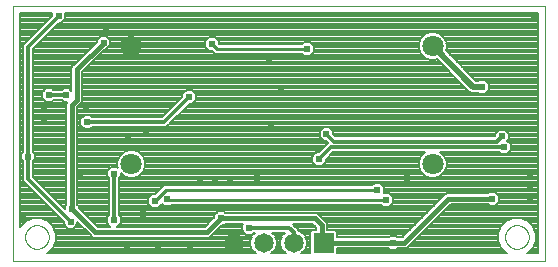
<source format=gbl>
G75*
%MOIN*%
%OFA0B0*%
%FSLAX25Y25*%
%IPPOS*%
%LPD*%
%AMOC8*
5,1,8,0,0,1.08239X$1,22.5*
%
%ADD10C,0.00000*%
%ADD11R,0.06500X0.06500*%
%ADD12C,0.06500*%
%ADD13C,0.07087*%
%ADD14C,0.00800*%
%ADD15C,0.02400*%
%ADD16C,0.01200*%
%ADD17C,0.01000*%
%ADD18C,0.02000*%
%ADD19C,0.01500*%
D10*
X0014157Y0019933D02*
X0014157Y0104733D01*
X0191322Y0104733D01*
X0191322Y0019933D01*
X0014157Y0019933D01*
X0018094Y0027807D02*
X0018096Y0027932D01*
X0018102Y0028057D01*
X0018112Y0028181D01*
X0018126Y0028305D01*
X0018143Y0028429D01*
X0018165Y0028552D01*
X0018191Y0028674D01*
X0018220Y0028796D01*
X0018253Y0028916D01*
X0018291Y0029035D01*
X0018331Y0029154D01*
X0018376Y0029270D01*
X0018424Y0029385D01*
X0018476Y0029499D01*
X0018532Y0029611D01*
X0018591Y0029721D01*
X0018653Y0029829D01*
X0018719Y0029936D01*
X0018788Y0030040D01*
X0018861Y0030141D01*
X0018936Y0030241D01*
X0019015Y0030338D01*
X0019097Y0030432D01*
X0019182Y0030524D01*
X0019269Y0030613D01*
X0019360Y0030699D01*
X0019453Y0030782D01*
X0019549Y0030863D01*
X0019647Y0030940D01*
X0019747Y0031014D01*
X0019850Y0031085D01*
X0019955Y0031152D01*
X0020063Y0031217D01*
X0020172Y0031277D01*
X0020283Y0031335D01*
X0020396Y0031388D01*
X0020510Y0031438D01*
X0020626Y0031485D01*
X0020743Y0031527D01*
X0020862Y0031566D01*
X0020982Y0031602D01*
X0021103Y0031633D01*
X0021225Y0031661D01*
X0021347Y0031684D01*
X0021471Y0031704D01*
X0021595Y0031720D01*
X0021719Y0031732D01*
X0021844Y0031740D01*
X0021969Y0031744D01*
X0022093Y0031744D01*
X0022218Y0031740D01*
X0022343Y0031732D01*
X0022467Y0031720D01*
X0022591Y0031704D01*
X0022715Y0031684D01*
X0022837Y0031661D01*
X0022959Y0031633D01*
X0023080Y0031602D01*
X0023200Y0031566D01*
X0023319Y0031527D01*
X0023436Y0031485D01*
X0023552Y0031438D01*
X0023666Y0031388D01*
X0023779Y0031335D01*
X0023890Y0031277D01*
X0024000Y0031217D01*
X0024107Y0031152D01*
X0024212Y0031085D01*
X0024315Y0031014D01*
X0024415Y0030940D01*
X0024513Y0030863D01*
X0024609Y0030782D01*
X0024702Y0030699D01*
X0024793Y0030613D01*
X0024880Y0030524D01*
X0024965Y0030432D01*
X0025047Y0030338D01*
X0025126Y0030241D01*
X0025201Y0030141D01*
X0025274Y0030040D01*
X0025343Y0029936D01*
X0025409Y0029829D01*
X0025471Y0029721D01*
X0025530Y0029611D01*
X0025586Y0029499D01*
X0025638Y0029385D01*
X0025686Y0029270D01*
X0025731Y0029154D01*
X0025771Y0029035D01*
X0025809Y0028916D01*
X0025842Y0028796D01*
X0025871Y0028674D01*
X0025897Y0028552D01*
X0025919Y0028429D01*
X0025936Y0028305D01*
X0025950Y0028181D01*
X0025960Y0028057D01*
X0025966Y0027932D01*
X0025968Y0027807D01*
X0025966Y0027682D01*
X0025960Y0027557D01*
X0025950Y0027433D01*
X0025936Y0027309D01*
X0025919Y0027185D01*
X0025897Y0027062D01*
X0025871Y0026940D01*
X0025842Y0026818D01*
X0025809Y0026698D01*
X0025771Y0026579D01*
X0025731Y0026460D01*
X0025686Y0026344D01*
X0025638Y0026229D01*
X0025586Y0026115D01*
X0025530Y0026003D01*
X0025471Y0025893D01*
X0025409Y0025785D01*
X0025343Y0025678D01*
X0025274Y0025574D01*
X0025201Y0025473D01*
X0025126Y0025373D01*
X0025047Y0025276D01*
X0024965Y0025182D01*
X0024880Y0025090D01*
X0024793Y0025001D01*
X0024702Y0024915D01*
X0024609Y0024832D01*
X0024513Y0024751D01*
X0024415Y0024674D01*
X0024315Y0024600D01*
X0024212Y0024529D01*
X0024107Y0024462D01*
X0023999Y0024397D01*
X0023890Y0024337D01*
X0023779Y0024279D01*
X0023666Y0024226D01*
X0023552Y0024176D01*
X0023436Y0024129D01*
X0023319Y0024087D01*
X0023200Y0024048D01*
X0023080Y0024012D01*
X0022959Y0023981D01*
X0022837Y0023953D01*
X0022715Y0023930D01*
X0022591Y0023910D01*
X0022467Y0023894D01*
X0022343Y0023882D01*
X0022218Y0023874D01*
X0022093Y0023870D01*
X0021969Y0023870D01*
X0021844Y0023874D01*
X0021719Y0023882D01*
X0021595Y0023894D01*
X0021471Y0023910D01*
X0021347Y0023930D01*
X0021225Y0023953D01*
X0021103Y0023981D01*
X0020982Y0024012D01*
X0020862Y0024048D01*
X0020743Y0024087D01*
X0020626Y0024129D01*
X0020510Y0024176D01*
X0020396Y0024226D01*
X0020283Y0024279D01*
X0020172Y0024337D01*
X0020062Y0024397D01*
X0019955Y0024462D01*
X0019850Y0024529D01*
X0019747Y0024600D01*
X0019647Y0024674D01*
X0019549Y0024751D01*
X0019453Y0024832D01*
X0019360Y0024915D01*
X0019269Y0025001D01*
X0019182Y0025090D01*
X0019097Y0025182D01*
X0019015Y0025276D01*
X0018936Y0025373D01*
X0018861Y0025473D01*
X0018788Y0025574D01*
X0018719Y0025678D01*
X0018653Y0025785D01*
X0018591Y0025893D01*
X0018532Y0026003D01*
X0018476Y0026115D01*
X0018424Y0026229D01*
X0018376Y0026344D01*
X0018331Y0026460D01*
X0018291Y0026579D01*
X0018253Y0026698D01*
X0018220Y0026818D01*
X0018191Y0026940D01*
X0018165Y0027062D01*
X0018143Y0027185D01*
X0018126Y0027309D01*
X0018112Y0027433D01*
X0018102Y0027557D01*
X0018096Y0027682D01*
X0018094Y0027807D01*
X0178094Y0027807D02*
X0178096Y0027932D01*
X0178102Y0028057D01*
X0178112Y0028181D01*
X0178126Y0028305D01*
X0178143Y0028429D01*
X0178165Y0028552D01*
X0178191Y0028674D01*
X0178220Y0028796D01*
X0178253Y0028916D01*
X0178291Y0029035D01*
X0178331Y0029154D01*
X0178376Y0029270D01*
X0178424Y0029385D01*
X0178476Y0029499D01*
X0178532Y0029611D01*
X0178591Y0029721D01*
X0178653Y0029829D01*
X0178719Y0029936D01*
X0178788Y0030040D01*
X0178861Y0030141D01*
X0178936Y0030241D01*
X0179015Y0030338D01*
X0179097Y0030432D01*
X0179182Y0030524D01*
X0179269Y0030613D01*
X0179360Y0030699D01*
X0179453Y0030782D01*
X0179549Y0030863D01*
X0179647Y0030940D01*
X0179747Y0031014D01*
X0179850Y0031085D01*
X0179955Y0031152D01*
X0180063Y0031217D01*
X0180172Y0031277D01*
X0180283Y0031335D01*
X0180396Y0031388D01*
X0180510Y0031438D01*
X0180626Y0031485D01*
X0180743Y0031527D01*
X0180862Y0031566D01*
X0180982Y0031602D01*
X0181103Y0031633D01*
X0181225Y0031661D01*
X0181347Y0031684D01*
X0181471Y0031704D01*
X0181595Y0031720D01*
X0181719Y0031732D01*
X0181844Y0031740D01*
X0181969Y0031744D01*
X0182093Y0031744D01*
X0182218Y0031740D01*
X0182343Y0031732D01*
X0182467Y0031720D01*
X0182591Y0031704D01*
X0182715Y0031684D01*
X0182837Y0031661D01*
X0182959Y0031633D01*
X0183080Y0031602D01*
X0183200Y0031566D01*
X0183319Y0031527D01*
X0183436Y0031485D01*
X0183552Y0031438D01*
X0183666Y0031388D01*
X0183779Y0031335D01*
X0183890Y0031277D01*
X0184000Y0031217D01*
X0184107Y0031152D01*
X0184212Y0031085D01*
X0184315Y0031014D01*
X0184415Y0030940D01*
X0184513Y0030863D01*
X0184609Y0030782D01*
X0184702Y0030699D01*
X0184793Y0030613D01*
X0184880Y0030524D01*
X0184965Y0030432D01*
X0185047Y0030338D01*
X0185126Y0030241D01*
X0185201Y0030141D01*
X0185274Y0030040D01*
X0185343Y0029936D01*
X0185409Y0029829D01*
X0185471Y0029721D01*
X0185530Y0029611D01*
X0185586Y0029499D01*
X0185638Y0029385D01*
X0185686Y0029270D01*
X0185731Y0029154D01*
X0185771Y0029035D01*
X0185809Y0028916D01*
X0185842Y0028796D01*
X0185871Y0028674D01*
X0185897Y0028552D01*
X0185919Y0028429D01*
X0185936Y0028305D01*
X0185950Y0028181D01*
X0185960Y0028057D01*
X0185966Y0027932D01*
X0185968Y0027807D01*
X0185966Y0027682D01*
X0185960Y0027557D01*
X0185950Y0027433D01*
X0185936Y0027309D01*
X0185919Y0027185D01*
X0185897Y0027062D01*
X0185871Y0026940D01*
X0185842Y0026818D01*
X0185809Y0026698D01*
X0185771Y0026579D01*
X0185731Y0026460D01*
X0185686Y0026344D01*
X0185638Y0026229D01*
X0185586Y0026115D01*
X0185530Y0026003D01*
X0185471Y0025893D01*
X0185409Y0025785D01*
X0185343Y0025678D01*
X0185274Y0025574D01*
X0185201Y0025473D01*
X0185126Y0025373D01*
X0185047Y0025276D01*
X0184965Y0025182D01*
X0184880Y0025090D01*
X0184793Y0025001D01*
X0184702Y0024915D01*
X0184609Y0024832D01*
X0184513Y0024751D01*
X0184415Y0024674D01*
X0184315Y0024600D01*
X0184212Y0024529D01*
X0184107Y0024462D01*
X0183999Y0024397D01*
X0183890Y0024337D01*
X0183779Y0024279D01*
X0183666Y0024226D01*
X0183552Y0024176D01*
X0183436Y0024129D01*
X0183319Y0024087D01*
X0183200Y0024048D01*
X0183080Y0024012D01*
X0182959Y0023981D01*
X0182837Y0023953D01*
X0182715Y0023930D01*
X0182591Y0023910D01*
X0182467Y0023894D01*
X0182343Y0023882D01*
X0182218Y0023874D01*
X0182093Y0023870D01*
X0181969Y0023870D01*
X0181844Y0023874D01*
X0181719Y0023882D01*
X0181595Y0023894D01*
X0181471Y0023910D01*
X0181347Y0023930D01*
X0181225Y0023953D01*
X0181103Y0023981D01*
X0180982Y0024012D01*
X0180862Y0024048D01*
X0180743Y0024087D01*
X0180626Y0024129D01*
X0180510Y0024176D01*
X0180396Y0024226D01*
X0180283Y0024279D01*
X0180172Y0024337D01*
X0180062Y0024397D01*
X0179955Y0024462D01*
X0179850Y0024529D01*
X0179747Y0024600D01*
X0179647Y0024674D01*
X0179549Y0024751D01*
X0179453Y0024832D01*
X0179360Y0024915D01*
X0179269Y0025001D01*
X0179182Y0025090D01*
X0179097Y0025182D01*
X0179015Y0025276D01*
X0178936Y0025373D01*
X0178861Y0025473D01*
X0178788Y0025574D01*
X0178719Y0025678D01*
X0178653Y0025785D01*
X0178591Y0025893D01*
X0178532Y0026003D01*
X0178476Y0026115D01*
X0178424Y0026229D01*
X0178376Y0026344D01*
X0178331Y0026460D01*
X0178291Y0026579D01*
X0178253Y0026698D01*
X0178220Y0026818D01*
X0178191Y0026940D01*
X0178165Y0027062D01*
X0178143Y0027185D01*
X0178126Y0027309D01*
X0178112Y0027433D01*
X0178102Y0027557D01*
X0178096Y0027682D01*
X0178094Y0027807D01*
D11*
X0117574Y0025933D03*
D12*
X0107574Y0025933D03*
X0097574Y0025933D03*
X0087574Y0025933D03*
D13*
X0053527Y0052091D03*
X0053527Y0091461D03*
X0153920Y0091461D03*
X0153920Y0052091D03*
D14*
X0149652Y0050262D02*
X0057795Y0050262D01*
X0058126Y0051060D02*
X0149321Y0051060D01*
X0149277Y0051167D02*
X0149984Y0049460D01*
X0151290Y0048154D01*
X0152997Y0047447D01*
X0154844Y0047447D01*
X0156551Y0048154D01*
X0157857Y0049460D01*
X0158564Y0051167D01*
X0158564Y0053014D01*
X0157857Y0054721D01*
X0156551Y0056027D01*
X0156536Y0056033D01*
X0176104Y0056033D01*
X0176704Y0055433D01*
X0178609Y0055433D01*
X0179957Y0056780D01*
X0179957Y0058686D01*
X0178809Y0059833D01*
X0179357Y0060380D01*
X0179357Y0062286D01*
X0178009Y0063633D01*
X0176104Y0063633D01*
X0174757Y0062286D01*
X0174757Y0061437D01*
X0174653Y0061333D01*
X0121661Y0061333D01*
X0120857Y0062137D01*
X0120857Y0062986D01*
X0119509Y0064333D01*
X0117604Y0064333D01*
X0116257Y0062986D01*
X0116257Y0061080D01*
X0117604Y0059733D01*
X0118453Y0059733D01*
X0119079Y0059106D01*
X0118410Y0058437D01*
X0115956Y0055983D01*
X0115108Y0055983D01*
X0113760Y0054636D01*
X0113760Y0052730D01*
X0115108Y0051383D01*
X0117013Y0051383D01*
X0118360Y0052730D01*
X0118360Y0053579D01*
X0120814Y0056033D01*
X0151305Y0056033D01*
X0151290Y0056027D01*
X0149984Y0054721D01*
X0149277Y0053014D01*
X0149277Y0051167D01*
X0149277Y0051859D02*
X0117488Y0051859D01*
X0118287Y0052657D02*
X0149277Y0052657D01*
X0149460Y0053456D02*
X0118360Y0053456D01*
X0119036Y0054254D02*
X0149791Y0054254D01*
X0150316Y0055053D02*
X0119834Y0055053D01*
X0120633Y0055851D02*
X0151115Y0055851D01*
X0156726Y0055851D02*
X0176286Y0055851D01*
X0179028Y0055851D02*
X0188922Y0055851D01*
X0188922Y0055053D02*
X0157525Y0055053D01*
X0158050Y0054254D02*
X0188922Y0054254D01*
X0188922Y0053456D02*
X0158381Y0053456D01*
X0158564Y0052657D02*
X0188922Y0052657D01*
X0188922Y0051859D02*
X0158564Y0051859D01*
X0158520Y0051060D02*
X0188922Y0051060D01*
X0188922Y0050262D02*
X0158189Y0050262D01*
X0157858Y0049463D02*
X0188922Y0049463D01*
X0188922Y0048665D02*
X0157061Y0048665D01*
X0155855Y0047866D02*
X0188922Y0047866D01*
X0188922Y0047068D02*
X0049357Y0047068D01*
X0049357Y0047380D02*
X0049957Y0047980D01*
X0049957Y0049094D01*
X0050897Y0048154D01*
X0052603Y0047447D01*
X0054450Y0047447D01*
X0056157Y0048154D01*
X0057463Y0049460D01*
X0058170Y0051167D01*
X0058170Y0053014D01*
X0057463Y0054721D01*
X0056157Y0056027D01*
X0054450Y0056734D01*
X0052603Y0056734D01*
X0050897Y0056027D01*
X0049590Y0054721D01*
X0048883Y0053014D01*
X0048883Y0051167D01*
X0049031Y0050812D01*
X0048609Y0051233D01*
X0046704Y0051233D01*
X0045357Y0049886D01*
X0045357Y0047980D01*
X0045957Y0047380D01*
X0045957Y0034986D01*
X0045357Y0034386D01*
X0045357Y0032480D01*
X0046554Y0031283D01*
X0042273Y0031283D01*
X0036007Y0037549D01*
X0036007Y0038186D01*
X0035557Y0038636D01*
X0035557Y0071017D01*
X0037207Y0072667D01*
X0037207Y0082967D01*
X0044573Y0090333D01*
X0045209Y0090333D01*
X0046557Y0091680D01*
X0046557Y0093586D01*
X0045209Y0094933D01*
X0043304Y0094933D01*
X0041957Y0093586D01*
X0041957Y0092949D01*
X0034590Y0085583D01*
X0033507Y0084499D01*
X0033507Y0076636D01*
X0032809Y0077333D01*
X0030904Y0077333D01*
X0030304Y0076733D01*
X0027509Y0076733D01*
X0026909Y0077333D01*
X0025004Y0077333D01*
X0023657Y0075986D01*
X0023657Y0074080D01*
X0025004Y0072733D01*
X0026909Y0072733D01*
X0027509Y0073333D01*
X0030304Y0073333D01*
X0030904Y0072733D01*
X0032040Y0072733D01*
X0031857Y0072549D01*
X0031857Y0038636D01*
X0031407Y0038186D01*
X0031407Y0037187D01*
X0020757Y0047837D01*
X0020757Y0053080D01*
X0021357Y0053680D01*
X0021357Y0055586D01*
X0020757Y0056186D01*
X0020757Y0090529D01*
X0029361Y0099133D01*
X0030209Y0099133D01*
X0031557Y0100480D01*
X0031557Y0102333D01*
X0188922Y0102333D01*
X0188922Y0022333D01*
X0185375Y0022333D01*
X0185620Y0022435D01*
X0187403Y0024217D01*
X0188368Y0026547D01*
X0188368Y0029068D01*
X0187403Y0031397D01*
X0185620Y0033179D01*
X0183291Y0034144D01*
X0180770Y0034144D01*
X0178441Y0033179D01*
X0176658Y0031397D01*
X0175694Y0029068D01*
X0175694Y0026547D01*
X0176658Y0024217D01*
X0178441Y0022435D01*
X0178687Y0022333D01*
X0121924Y0022333D01*
X0121924Y0024083D01*
X0139254Y0024083D01*
X0139704Y0023633D01*
X0141609Y0023633D01*
X0142059Y0024083D01*
X0145323Y0024083D01*
X0146407Y0025167D01*
X0159923Y0038683D01*
X0172454Y0038683D01*
X0172904Y0038233D01*
X0174809Y0038233D01*
X0176157Y0039580D01*
X0176157Y0041486D01*
X0174809Y0042833D01*
X0172904Y0042833D01*
X0172454Y0042383D01*
X0158390Y0042383D01*
X0143790Y0027783D01*
X0142059Y0027783D01*
X0141609Y0028233D01*
X0139704Y0028233D01*
X0139254Y0027783D01*
X0121924Y0027783D01*
X0121924Y0029639D01*
X0121280Y0030283D01*
X0118757Y0030283D01*
X0118757Y0032549D01*
X0117673Y0033633D01*
X0116507Y0034799D01*
X0115423Y0035883D01*
X0084759Y0035883D01*
X0084309Y0036333D01*
X0082404Y0036333D01*
X0081057Y0034986D01*
X0081057Y0034349D01*
X0077990Y0031283D01*
X0048759Y0031283D01*
X0049957Y0032480D01*
X0049957Y0034386D01*
X0049357Y0034986D01*
X0049357Y0047380D01*
X0049842Y0047866D02*
X0051592Y0047866D01*
X0050386Y0048665D02*
X0049957Y0048665D01*
X0049357Y0046269D02*
X0188922Y0046269D01*
X0188922Y0045471D02*
X0136725Y0045471D01*
X0136436Y0045760D02*
X0134531Y0045760D01*
X0133831Y0045060D01*
X0064321Y0045060D01*
X0061401Y0042140D01*
X0060411Y0042140D01*
X0059064Y0040793D01*
X0059064Y0038887D01*
X0060411Y0037540D01*
X0062316Y0037540D01*
X0063664Y0038887D01*
X0063664Y0038962D01*
X0064445Y0038180D01*
X0066351Y0038180D01*
X0066804Y0038633D01*
X0136704Y0038633D01*
X0137404Y0037933D01*
X0139309Y0037933D01*
X0140657Y0039280D01*
X0140657Y0041186D01*
X0139309Y0042533D01*
X0137783Y0042533D01*
X0137783Y0044413D01*
X0136436Y0045760D01*
X0137524Y0044672D02*
X0188922Y0044672D01*
X0188922Y0043874D02*
X0137783Y0043874D01*
X0137783Y0043075D02*
X0188922Y0043075D01*
X0188922Y0042277D02*
X0175366Y0042277D01*
X0176157Y0041478D02*
X0188922Y0041478D01*
X0188922Y0040679D02*
X0176157Y0040679D01*
X0176157Y0039881D02*
X0188922Y0039881D01*
X0188922Y0039082D02*
X0175659Y0039082D01*
X0174860Y0038284D02*
X0188922Y0038284D01*
X0188922Y0037485D02*
X0158725Y0037485D01*
X0157927Y0036687D02*
X0188922Y0036687D01*
X0188922Y0035888D02*
X0157128Y0035888D01*
X0156330Y0035090D02*
X0188922Y0035090D01*
X0188922Y0034291D02*
X0155531Y0034291D01*
X0154733Y0033493D02*
X0179198Y0033493D01*
X0177956Y0032694D02*
X0153934Y0032694D01*
X0153136Y0031896D02*
X0177158Y0031896D01*
X0176534Y0031097D02*
X0152337Y0031097D01*
X0151539Y0030299D02*
X0176204Y0030299D01*
X0175873Y0029500D02*
X0150740Y0029500D01*
X0149942Y0028702D02*
X0175694Y0028702D01*
X0175694Y0027903D02*
X0149143Y0027903D01*
X0148345Y0027105D02*
X0175694Y0027105D01*
X0175793Y0026306D02*
X0147546Y0026306D01*
X0146748Y0025508D02*
X0176124Y0025508D01*
X0176455Y0024709D02*
X0145949Y0024709D01*
X0141887Y0023911D02*
X0176965Y0023911D01*
X0177764Y0023112D02*
X0121924Y0023112D01*
X0121924Y0023911D02*
X0139426Y0023911D01*
X0139374Y0027903D02*
X0121924Y0027903D01*
X0121924Y0028702D02*
X0144709Y0028702D01*
X0145508Y0029500D02*
X0121924Y0029500D01*
X0118757Y0030299D02*
X0146306Y0030299D01*
X0147105Y0031097D02*
X0118757Y0031097D01*
X0118757Y0031896D02*
X0147903Y0031896D01*
X0148702Y0032694D02*
X0118612Y0032694D01*
X0117813Y0033493D02*
X0149500Y0033493D01*
X0150299Y0034291D02*
X0117015Y0034291D01*
X0116216Y0035090D02*
X0151097Y0035090D01*
X0151896Y0035888D02*
X0084754Y0035888D01*
X0081959Y0035888D02*
X0049357Y0035888D01*
X0049357Y0035090D02*
X0081161Y0035090D01*
X0080999Y0034291D02*
X0049957Y0034291D01*
X0049957Y0033493D02*
X0080200Y0033493D01*
X0079402Y0032694D02*
X0049957Y0032694D01*
X0049372Y0031896D02*
X0078603Y0031896D01*
X0081440Y0029500D02*
X0090837Y0029500D01*
X0090357Y0029980D02*
X0091704Y0028633D01*
X0093609Y0028633D01*
X0094209Y0029233D01*
X0094722Y0029233D01*
X0093886Y0028397D01*
X0093224Y0026798D01*
X0093224Y0025068D01*
X0093886Y0023469D01*
X0095022Y0022333D01*
X0025375Y0022333D01*
X0025620Y0022435D01*
X0027403Y0024217D01*
X0028368Y0026547D01*
X0028368Y0029068D01*
X0027403Y0031397D01*
X0025620Y0033179D01*
X0023291Y0034144D01*
X0020770Y0034144D01*
X0018441Y0033179D01*
X0016658Y0031397D01*
X0016557Y0031151D01*
X0016557Y0102333D01*
X0026957Y0102333D01*
X0026957Y0101537D01*
X0018353Y0092933D01*
X0017357Y0091937D01*
X0017357Y0056186D01*
X0016757Y0055586D01*
X0016757Y0053680D01*
X0017357Y0053080D01*
X0017357Y0046429D01*
X0018353Y0045433D01*
X0030957Y0032829D01*
X0030957Y0031980D01*
X0032304Y0030633D01*
X0034209Y0030633D01*
X0035557Y0031980D01*
X0035557Y0032767D01*
X0039657Y0028667D01*
X0040740Y0027583D01*
X0079523Y0027583D01*
X0080607Y0028667D01*
X0083673Y0031733D01*
X0084309Y0031733D01*
X0084759Y0032183D01*
X0090654Y0032183D01*
X0090357Y0031886D01*
X0090357Y0029980D01*
X0090357Y0030299D02*
X0082239Y0030299D01*
X0083037Y0031097D02*
X0090357Y0031097D01*
X0090367Y0031896D02*
X0084472Y0031896D01*
X0080642Y0028702D02*
X0091635Y0028702D01*
X0093678Y0028702D02*
X0094191Y0028702D01*
X0093682Y0027903D02*
X0079843Y0027903D01*
X0093224Y0026306D02*
X0028268Y0026306D01*
X0028368Y0027105D02*
X0093351Y0027105D01*
X0093224Y0025508D02*
X0027937Y0025508D01*
X0027607Y0024709D02*
X0093373Y0024709D01*
X0093703Y0023911D02*
X0027096Y0023911D01*
X0026298Y0023112D02*
X0094243Y0023112D01*
X0100126Y0022333D02*
X0101262Y0023469D01*
X0101924Y0025068D01*
X0101924Y0026798D01*
X0101262Y0028397D01*
X0100426Y0029233D01*
X0104722Y0029233D01*
X0103886Y0028397D01*
X0103224Y0026798D01*
X0103224Y0025068D01*
X0103886Y0023469D01*
X0105022Y0022333D01*
X0100126Y0022333D01*
X0100905Y0023112D02*
X0104243Y0023112D01*
X0103703Y0023911D02*
X0101445Y0023911D01*
X0101776Y0024709D02*
X0103373Y0024709D01*
X0103224Y0025508D02*
X0101924Y0025508D01*
X0101924Y0026306D02*
X0103224Y0026306D01*
X0103351Y0027105D02*
X0101797Y0027105D01*
X0101466Y0027903D02*
X0103682Y0027903D01*
X0104191Y0028702D02*
X0100957Y0028702D01*
X0107311Y0032183D02*
X0113890Y0032183D01*
X0115057Y0031017D01*
X0115057Y0030283D01*
X0113868Y0030283D01*
X0113224Y0029639D01*
X0113224Y0022333D01*
X0110126Y0022333D01*
X0111262Y0023469D01*
X0111924Y0025068D01*
X0111924Y0026798D01*
X0111262Y0028397D01*
X0110038Y0029621D01*
X0109274Y0029937D01*
X0109274Y0030220D01*
X0107857Y0031637D01*
X0107311Y0032183D01*
X0107598Y0031896D02*
X0114178Y0031896D01*
X0114976Y0031097D02*
X0108397Y0031097D01*
X0109195Y0030299D02*
X0115057Y0030299D01*
X0113224Y0029500D02*
X0110159Y0029500D01*
X0110957Y0028702D02*
X0113224Y0028702D01*
X0113224Y0027903D02*
X0111466Y0027903D01*
X0111797Y0027105D02*
X0113224Y0027105D01*
X0113224Y0026306D02*
X0111924Y0026306D01*
X0111924Y0025508D02*
X0113224Y0025508D01*
X0113224Y0024709D02*
X0111776Y0024709D01*
X0111445Y0023911D02*
X0113224Y0023911D01*
X0113224Y0023112D02*
X0110905Y0023112D01*
X0137053Y0038284D02*
X0066454Y0038284D01*
X0064341Y0038284D02*
X0063060Y0038284D01*
X0059667Y0038284D02*
X0049357Y0038284D01*
X0049357Y0039082D02*
X0059064Y0039082D01*
X0059064Y0039881D02*
X0049357Y0039881D01*
X0049357Y0040679D02*
X0059064Y0040679D01*
X0059749Y0041478D02*
X0049357Y0041478D01*
X0049357Y0042277D02*
X0061537Y0042277D01*
X0062336Y0043075D02*
X0049357Y0043075D01*
X0049357Y0043874D02*
X0063134Y0043874D01*
X0063933Y0044672D02*
X0049357Y0044672D01*
X0049357Y0045471D02*
X0134241Y0045471D01*
X0139566Y0042277D02*
X0158284Y0042277D01*
X0157485Y0041478D02*
X0140364Y0041478D01*
X0140657Y0040679D02*
X0156687Y0040679D01*
X0155888Y0039881D02*
X0140657Y0039881D01*
X0140459Y0039082D02*
X0155090Y0039082D01*
X0154291Y0038284D02*
X0139660Y0038284D01*
X0152694Y0036687D02*
X0049357Y0036687D01*
X0049357Y0037485D02*
X0153493Y0037485D01*
X0159524Y0038284D02*
X0172853Y0038284D01*
X0184863Y0033493D02*
X0188922Y0033493D01*
X0188922Y0032694D02*
X0186105Y0032694D01*
X0186904Y0031896D02*
X0188922Y0031896D01*
X0188922Y0031097D02*
X0187527Y0031097D01*
X0187858Y0030299D02*
X0188922Y0030299D01*
X0188922Y0029500D02*
X0188188Y0029500D01*
X0188368Y0028702D02*
X0188922Y0028702D01*
X0188922Y0027903D02*
X0188368Y0027903D01*
X0188368Y0027105D02*
X0188922Y0027105D01*
X0188922Y0026306D02*
X0188268Y0026306D01*
X0187937Y0025508D02*
X0188922Y0025508D01*
X0188922Y0024709D02*
X0187607Y0024709D01*
X0187096Y0023911D02*
X0188922Y0023911D01*
X0188922Y0023112D02*
X0186298Y0023112D01*
X0143911Y0027903D02*
X0141939Y0027903D01*
X0151986Y0047866D02*
X0055462Y0047866D01*
X0056667Y0048665D02*
X0150780Y0048665D01*
X0149983Y0049463D02*
X0057464Y0049463D01*
X0058170Y0051859D02*
X0114632Y0051859D01*
X0113833Y0052657D02*
X0058170Y0052657D01*
X0057987Y0053456D02*
X0113760Y0053456D01*
X0113760Y0054254D02*
X0057656Y0054254D01*
X0057131Y0055053D02*
X0114177Y0055053D01*
X0114976Y0055851D02*
X0056333Y0055851D01*
X0054654Y0056650D02*
X0116623Y0056650D01*
X0117421Y0057448D02*
X0035557Y0057448D01*
X0035557Y0056650D02*
X0052400Y0056650D01*
X0050721Y0055851D02*
X0035557Y0055851D01*
X0035557Y0055053D02*
X0049922Y0055053D01*
X0049397Y0054254D02*
X0035557Y0054254D01*
X0035557Y0053456D02*
X0049066Y0053456D01*
X0048883Y0052657D02*
X0035557Y0052657D01*
X0035557Y0051859D02*
X0048883Y0051859D01*
X0048928Y0051060D02*
X0048782Y0051060D01*
X0046531Y0051060D02*
X0035557Y0051060D01*
X0035557Y0050262D02*
X0045733Y0050262D01*
X0045357Y0049463D02*
X0035557Y0049463D01*
X0035557Y0048665D02*
X0045357Y0048665D01*
X0045471Y0047866D02*
X0035557Y0047866D01*
X0035557Y0047068D02*
X0045957Y0047068D01*
X0045957Y0046269D02*
X0035557Y0046269D01*
X0035557Y0045471D02*
X0045957Y0045471D01*
X0045957Y0044672D02*
X0035557Y0044672D01*
X0035557Y0043874D02*
X0045957Y0043874D01*
X0045957Y0043075D02*
X0035557Y0043075D01*
X0035557Y0042277D02*
X0045957Y0042277D01*
X0045957Y0041478D02*
X0035557Y0041478D01*
X0035557Y0040679D02*
X0045957Y0040679D01*
X0045957Y0039881D02*
X0035557Y0039881D01*
X0035557Y0039082D02*
X0045957Y0039082D01*
X0045957Y0038284D02*
X0035909Y0038284D01*
X0036071Y0037485D02*
X0045957Y0037485D01*
X0045957Y0036687D02*
X0036869Y0036687D01*
X0037668Y0035888D02*
X0045957Y0035888D01*
X0045957Y0035090D02*
X0038466Y0035090D01*
X0039265Y0034291D02*
X0045357Y0034291D01*
X0045357Y0033493D02*
X0040063Y0033493D01*
X0040862Y0032694D02*
X0045357Y0032694D01*
X0045941Y0031896D02*
X0041660Y0031896D01*
X0038823Y0029500D02*
X0028188Y0029500D01*
X0028368Y0028702D02*
X0039622Y0028702D01*
X0040420Y0027903D02*
X0028368Y0027903D01*
X0027858Y0030299D02*
X0038025Y0030299D01*
X0037226Y0031097D02*
X0034674Y0031097D01*
X0035472Y0031896D02*
X0036428Y0031896D01*
X0035629Y0032694D02*
X0035557Y0032694D01*
X0031840Y0031097D02*
X0027527Y0031097D01*
X0026904Y0031896D02*
X0031041Y0031896D01*
X0030957Y0032694D02*
X0026105Y0032694D01*
X0024863Y0033493D02*
X0030293Y0033493D01*
X0029494Y0034291D02*
X0016557Y0034291D01*
X0016557Y0033493D02*
X0019198Y0033493D01*
X0017956Y0032694D02*
X0016557Y0032694D01*
X0016557Y0031896D02*
X0017158Y0031896D01*
X0016557Y0035090D02*
X0028696Y0035090D01*
X0027897Y0035888D02*
X0016557Y0035888D01*
X0016557Y0036687D02*
X0027099Y0036687D01*
X0026300Y0037485D02*
X0016557Y0037485D01*
X0016557Y0038284D02*
X0025502Y0038284D01*
X0024703Y0039082D02*
X0016557Y0039082D01*
X0016557Y0039881D02*
X0023905Y0039881D01*
X0023106Y0040679D02*
X0016557Y0040679D01*
X0016557Y0041478D02*
X0022308Y0041478D01*
X0021509Y0042277D02*
X0016557Y0042277D01*
X0016557Y0043075D02*
X0020711Y0043075D01*
X0019912Y0043874D02*
X0016557Y0043874D01*
X0016557Y0044672D02*
X0019114Y0044672D01*
X0018315Y0045471D02*
X0016557Y0045471D01*
X0016557Y0046269D02*
X0017517Y0046269D01*
X0017357Y0047068D02*
X0016557Y0047068D01*
X0016557Y0047866D02*
X0017357Y0047866D01*
X0017357Y0048665D02*
X0016557Y0048665D01*
X0016557Y0049463D02*
X0017357Y0049463D01*
X0017357Y0050262D02*
X0016557Y0050262D01*
X0016557Y0051060D02*
X0017357Y0051060D01*
X0017357Y0051859D02*
X0016557Y0051859D01*
X0016557Y0052657D02*
X0017357Y0052657D01*
X0016981Y0053456D02*
X0016557Y0053456D01*
X0016557Y0054254D02*
X0016757Y0054254D01*
X0016757Y0055053D02*
X0016557Y0055053D01*
X0016557Y0055851D02*
X0017022Y0055851D01*
X0017357Y0056650D02*
X0016557Y0056650D01*
X0016557Y0057448D02*
X0017357Y0057448D01*
X0017357Y0058247D02*
X0016557Y0058247D01*
X0016557Y0059045D02*
X0017357Y0059045D01*
X0017357Y0059844D02*
X0016557Y0059844D01*
X0016557Y0060642D02*
X0017357Y0060642D01*
X0017357Y0061441D02*
X0016557Y0061441D01*
X0016557Y0062239D02*
X0017357Y0062239D01*
X0017357Y0063038D02*
X0016557Y0063038D01*
X0016557Y0063836D02*
X0017357Y0063836D01*
X0017357Y0064635D02*
X0016557Y0064635D01*
X0016557Y0065433D02*
X0017357Y0065433D01*
X0017357Y0066232D02*
X0016557Y0066232D01*
X0016557Y0067030D02*
X0017357Y0067030D01*
X0017357Y0067829D02*
X0016557Y0067829D01*
X0016557Y0068627D02*
X0017357Y0068627D01*
X0017357Y0069426D02*
X0016557Y0069426D01*
X0016557Y0070224D02*
X0017357Y0070224D01*
X0017357Y0071023D02*
X0016557Y0071023D01*
X0016557Y0071821D02*
X0017357Y0071821D01*
X0017357Y0072620D02*
X0016557Y0072620D01*
X0016557Y0073418D02*
X0017357Y0073418D01*
X0017357Y0074217D02*
X0016557Y0074217D01*
X0016557Y0075015D02*
X0017357Y0075015D01*
X0017357Y0075814D02*
X0016557Y0075814D01*
X0016557Y0076612D02*
X0017357Y0076612D01*
X0017357Y0077411D02*
X0016557Y0077411D01*
X0016557Y0078210D02*
X0017357Y0078210D01*
X0017357Y0079008D02*
X0016557Y0079008D01*
X0016557Y0079807D02*
X0017357Y0079807D01*
X0017357Y0080605D02*
X0016557Y0080605D01*
X0016557Y0081404D02*
X0017357Y0081404D01*
X0017357Y0082202D02*
X0016557Y0082202D01*
X0016557Y0083001D02*
X0017357Y0083001D01*
X0017357Y0083799D02*
X0016557Y0083799D01*
X0016557Y0084598D02*
X0017357Y0084598D01*
X0017357Y0085396D02*
X0016557Y0085396D01*
X0016557Y0086195D02*
X0017357Y0086195D01*
X0017357Y0086993D02*
X0016557Y0086993D01*
X0016557Y0087792D02*
X0017357Y0087792D01*
X0017357Y0088590D02*
X0016557Y0088590D01*
X0016557Y0089389D02*
X0017357Y0089389D01*
X0017357Y0090187D02*
X0016557Y0090187D01*
X0016557Y0090986D02*
X0017357Y0090986D01*
X0017357Y0091784D02*
X0016557Y0091784D01*
X0016557Y0092583D02*
X0018002Y0092583D01*
X0018801Y0093381D02*
X0016557Y0093381D01*
X0016557Y0094180D02*
X0019599Y0094180D01*
X0020398Y0094978D02*
X0016557Y0094978D01*
X0016557Y0095777D02*
X0021196Y0095777D01*
X0021995Y0096575D02*
X0016557Y0096575D01*
X0016557Y0097374D02*
X0022793Y0097374D01*
X0023592Y0098172D02*
X0016557Y0098172D01*
X0016557Y0098971D02*
X0024390Y0098971D01*
X0025189Y0099769D02*
X0016557Y0099769D01*
X0016557Y0100568D02*
X0025987Y0100568D01*
X0026786Y0101366D02*
X0016557Y0101366D01*
X0016557Y0102165D02*
X0026957Y0102165D01*
X0029199Y0098971D02*
X0188922Y0098971D01*
X0188922Y0099769D02*
X0030846Y0099769D01*
X0031557Y0100568D02*
X0188922Y0100568D01*
X0188922Y0101366D02*
X0031557Y0101366D01*
X0031557Y0102165D02*
X0188922Y0102165D01*
X0188922Y0098172D02*
X0028400Y0098172D01*
X0027602Y0097374D02*
X0188922Y0097374D01*
X0188922Y0096575D02*
X0026803Y0096575D01*
X0026005Y0095777D02*
X0152207Y0095777D01*
X0152997Y0096104D02*
X0151290Y0095397D01*
X0149984Y0094091D01*
X0149277Y0092384D01*
X0149277Y0090537D01*
X0149984Y0088830D01*
X0151290Y0087524D01*
X0152997Y0086817D01*
X0154844Y0086817D01*
X0155374Y0087037D01*
X0165448Y0076963D01*
X0166678Y0075733D01*
X0169204Y0075733D01*
X0169404Y0075533D01*
X0171309Y0075533D01*
X0172657Y0076880D01*
X0172657Y0078786D01*
X0171309Y0080133D01*
X0169404Y0080133D01*
X0169204Y0079933D01*
X0168418Y0079933D01*
X0158344Y0090007D01*
X0158564Y0090537D01*
X0158564Y0092384D01*
X0157857Y0094091D01*
X0156551Y0095397D01*
X0154844Y0096104D01*
X0152997Y0096104D01*
X0150871Y0094978D02*
X0025206Y0094978D01*
X0024408Y0094180D02*
X0042551Y0094180D01*
X0041957Y0093381D02*
X0023609Y0093381D01*
X0022811Y0092583D02*
X0041590Y0092583D01*
X0040792Y0091784D02*
X0022012Y0091784D01*
X0021213Y0090986D02*
X0039993Y0090986D01*
X0039195Y0090187D02*
X0020757Y0090187D01*
X0020757Y0089389D02*
X0038396Y0089389D01*
X0037598Y0088590D02*
X0020757Y0088590D01*
X0020757Y0087792D02*
X0036799Y0087792D01*
X0036000Y0086993D02*
X0020757Y0086993D01*
X0020757Y0086195D02*
X0035202Y0086195D01*
X0034403Y0085396D02*
X0020757Y0085396D01*
X0020757Y0084598D02*
X0033605Y0084598D01*
X0033507Y0083799D02*
X0020757Y0083799D01*
X0020757Y0083001D02*
X0033507Y0083001D01*
X0033507Y0082202D02*
X0020757Y0082202D01*
X0020757Y0081404D02*
X0033507Y0081404D01*
X0033507Y0080605D02*
X0020757Y0080605D01*
X0020757Y0079807D02*
X0033507Y0079807D01*
X0033507Y0079008D02*
X0020757Y0079008D01*
X0020757Y0078210D02*
X0033507Y0078210D01*
X0033507Y0077411D02*
X0020757Y0077411D01*
X0020757Y0076612D02*
X0024283Y0076612D01*
X0023657Y0075814D02*
X0020757Y0075814D01*
X0020757Y0075015D02*
X0023657Y0075015D01*
X0023657Y0074217D02*
X0020757Y0074217D01*
X0020757Y0073418D02*
X0024319Y0073418D01*
X0020757Y0072620D02*
X0031927Y0072620D01*
X0031857Y0071821D02*
X0020757Y0071821D01*
X0020757Y0071023D02*
X0031857Y0071023D01*
X0031857Y0070224D02*
X0020757Y0070224D01*
X0020757Y0069426D02*
X0031857Y0069426D01*
X0031857Y0068627D02*
X0020757Y0068627D01*
X0020757Y0067829D02*
X0031857Y0067829D01*
X0031857Y0067030D02*
X0020757Y0067030D01*
X0020757Y0066232D02*
X0031857Y0066232D01*
X0031857Y0065433D02*
X0020757Y0065433D01*
X0020757Y0064635D02*
X0031857Y0064635D01*
X0031857Y0063836D02*
X0020757Y0063836D01*
X0020757Y0063038D02*
X0031857Y0063038D01*
X0031857Y0062239D02*
X0020757Y0062239D01*
X0020757Y0061441D02*
X0031857Y0061441D01*
X0031857Y0060642D02*
X0020757Y0060642D01*
X0020757Y0059844D02*
X0031857Y0059844D01*
X0031857Y0059045D02*
X0020757Y0059045D01*
X0020757Y0058247D02*
X0031857Y0058247D01*
X0031857Y0057448D02*
X0020757Y0057448D01*
X0020757Y0056650D02*
X0031857Y0056650D01*
X0031857Y0055851D02*
X0021091Y0055851D01*
X0021357Y0055053D02*
X0031857Y0055053D01*
X0031857Y0054254D02*
X0021357Y0054254D01*
X0021132Y0053456D02*
X0031857Y0053456D01*
X0031857Y0052657D02*
X0020757Y0052657D01*
X0020757Y0051859D02*
X0031857Y0051859D01*
X0031857Y0051060D02*
X0020757Y0051060D01*
X0020757Y0050262D02*
X0031857Y0050262D01*
X0031857Y0049463D02*
X0020757Y0049463D01*
X0020757Y0048665D02*
X0031857Y0048665D01*
X0031857Y0047866D02*
X0020757Y0047866D01*
X0021526Y0047068D02*
X0031857Y0047068D01*
X0031857Y0046269D02*
X0022325Y0046269D01*
X0023123Y0045471D02*
X0031857Y0045471D01*
X0031857Y0044672D02*
X0023922Y0044672D01*
X0024720Y0043874D02*
X0031857Y0043874D01*
X0031857Y0043075D02*
X0025519Y0043075D01*
X0026317Y0042277D02*
X0031857Y0042277D01*
X0031857Y0041478D02*
X0027116Y0041478D01*
X0027914Y0040679D02*
X0031857Y0040679D01*
X0031857Y0039881D02*
X0028713Y0039881D01*
X0029511Y0039082D02*
X0031857Y0039082D01*
X0031505Y0038284D02*
X0030310Y0038284D01*
X0031108Y0037485D02*
X0031407Y0037485D01*
X0035557Y0058247D02*
X0118220Y0058247D01*
X0119018Y0059045D02*
X0035557Y0059045D01*
X0035557Y0059844D02*
X0117493Y0059844D01*
X0116695Y0060642D02*
X0035557Y0060642D01*
X0035557Y0061441D02*
X0116257Y0061441D01*
X0116257Y0062239D02*
X0035557Y0062239D01*
X0035557Y0063038D02*
X0116309Y0063038D01*
X0117107Y0063836D02*
X0039813Y0063836D01*
X0039809Y0063833D02*
X0040409Y0064433D01*
X0065161Y0064433D01*
X0066157Y0065429D01*
X0072961Y0072233D01*
X0073809Y0072233D01*
X0075157Y0073580D01*
X0075157Y0075486D01*
X0073809Y0076833D01*
X0071904Y0076833D01*
X0070557Y0075486D01*
X0070557Y0074637D01*
X0063753Y0067833D01*
X0040409Y0067833D01*
X0039809Y0068433D01*
X0037904Y0068433D01*
X0036557Y0067086D01*
X0036557Y0065180D01*
X0037904Y0063833D01*
X0039809Y0063833D01*
X0037901Y0063836D02*
X0035557Y0063836D01*
X0035557Y0064635D02*
X0037102Y0064635D01*
X0036557Y0065433D02*
X0035557Y0065433D01*
X0035557Y0066232D02*
X0036557Y0066232D01*
X0036557Y0067030D02*
X0035557Y0067030D01*
X0035557Y0067829D02*
X0037300Y0067829D01*
X0035557Y0068627D02*
X0064547Y0068627D01*
X0065345Y0069426D02*
X0035557Y0069426D01*
X0035557Y0070224D02*
X0066144Y0070224D01*
X0066942Y0071023D02*
X0035563Y0071023D01*
X0036361Y0071821D02*
X0067741Y0071821D01*
X0068539Y0072620D02*
X0037160Y0072620D01*
X0037207Y0073418D02*
X0069338Y0073418D01*
X0070136Y0074217D02*
X0037207Y0074217D01*
X0037207Y0075015D02*
X0070557Y0075015D01*
X0070885Y0075814D02*
X0037207Y0075814D01*
X0037207Y0076612D02*
X0071683Y0076612D01*
X0074030Y0076612D02*
X0165799Y0076612D01*
X0166597Y0075814D02*
X0074828Y0075814D01*
X0075157Y0075015D02*
X0188922Y0075015D01*
X0188922Y0074217D02*
X0075157Y0074217D01*
X0074995Y0073418D02*
X0188922Y0073418D01*
X0188922Y0072620D02*
X0074196Y0072620D01*
X0072549Y0071821D02*
X0188922Y0071821D01*
X0188922Y0071023D02*
X0071751Y0071023D01*
X0070952Y0070224D02*
X0188922Y0070224D01*
X0188922Y0069426D02*
X0070154Y0069426D01*
X0069355Y0068627D02*
X0188922Y0068627D01*
X0188922Y0067829D02*
X0068557Y0067829D01*
X0067758Y0067030D02*
X0188922Y0067030D01*
X0188922Y0066232D02*
X0066960Y0066232D01*
X0066161Y0065433D02*
X0188922Y0065433D01*
X0188922Y0064635D02*
X0065363Y0064635D01*
X0037207Y0077411D02*
X0165000Y0077411D01*
X0164202Y0078210D02*
X0037207Y0078210D01*
X0037207Y0079008D02*
X0163403Y0079008D01*
X0162605Y0079807D02*
X0037207Y0079807D01*
X0037207Y0080605D02*
X0161806Y0080605D01*
X0161008Y0081404D02*
X0037207Y0081404D01*
X0037207Y0082202D02*
X0160209Y0082202D01*
X0159411Y0083001D02*
X0037241Y0083001D01*
X0038039Y0083799D02*
X0158612Y0083799D01*
X0157814Y0084598D02*
X0038838Y0084598D01*
X0039636Y0085396D02*
X0157015Y0085396D01*
X0156217Y0086195D02*
X0040435Y0086195D01*
X0041233Y0086993D02*
X0152572Y0086993D01*
X0151023Y0087792D02*
X0042032Y0087792D01*
X0042830Y0088590D02*
X0110747Y0088590D01*
X0110404Y0088933D02*
X0111104Y0088233D01*
X0113009Y0088233D01*
X0114357Y0089580D01*
X0114357Y0091486D01*
X0113009Y0092833D01*
X0111104Y0092833D01*
X0110404Y0092133D01*
X0082719Y0092133D01*
X0082639Y0092214D01*
X0082639Y0093204D01*
X0081292Y0094551D01*
X0079386Y0094551D01*
X0078039Y0093204D01*
X0078039Y0091298D01*
X0079386Y0089951D01*
X0080376Y0089951D01*
X0080457Y0089870D01*
X0081394Y0088933D01*
X0110404Y0088933D01*
X0113366Y0088590D02*
X0150224Y0088590D01*
X0149753Y0089389D02*
X0114165Y0089389D01*
X0114357Y0090187D02*
X0149422Y0090187D01*
X0149277Y0090986D02*
X0114357Y0090986D01*
X0114058Y0091784D02*
X0149277Y0091784D01*
X0149359Y0092583D02*
X0113260Y0092583D01*
X0110854Y0092583D02*
X0082639Y0092583D01*
X0082461Y0093381D02*
X0149690Y0093381D01*
X0150073Y0094180D02*
X0081663Y0094180D01*
X0079015Y0094180D02*
X0045963Y0094180D01*
X0046557Y0093381D02*
X0078217Y0093381D01*
X0078039Y0092583D02*
X0046557Y0092583D01*
X0046557Y0091784D02*
X0078039Y0091784D01*
X0078351Y0090986D02*
X0045862Y0090986D01*
X0044427Y0090187D02*
X0079150Y0090187D01*
X0080457Y0089870D02*
X0080457Y0089870D01*
X0080938Y0089389D02*
X0043629Y0089389D01*
X0120006Y0063836D02*
X0188922Y0063836D01*
X0188922Y0063038D02*
X0178605Y0063038D01*
X0179357Y0062239D02*
X0188922Y0062239D01*
X0188922Y0061441D02*
X0179357Y0061441D01*
X0179357Y0060642D02*
X0188922Y0060642D01*
X0188922Y0059844D02*
X0178820Y0059844D01*
X0179597Y0059045D02*
X0188922Y0059045D01*
X0188922Y0058247D02*
X0179957Y0058247D01*
X0179957Y0057448D02*
X0188922Y0057448D01*
X0188922Y0056650D02*
X0179826Y0056650D01*
X0174757Y0061441D02*
X0121553Y0061441D01*
X0120857Y0062239D02*
X0174757Y0062239D01*
X0175509Y0063038D02*
X0120805Y0063038D01*
X0162955Y0085396D02*
X0188922Y0085396D01*
X0188922Y0084598D02*
X0163753Y0084598D01*
X0164552Y0083799D02*
X0188922Y0083799D01*
X0188922Y0083001D02*
X0165350Y0083001D01*
X0166149Y0082202D02*
X0188922Y0082202D01*
X0188922Y0081404D02*
X0166947Y0081404D01*
X0167746Y0080605D02*
X0188922Y0080605D01*
X0188922Y0079807D02*
X0171636Y0079807D01*
X0172434Y0079008D02*
X0188922Y0079008D01*
X0188922Y0078210D02*
X0172657Y0078210D01*
X0172657Y0077411D02*
X0188922Y0077411D01*
X0188922Y0076612D02*
X0172389Y0076612D01*
X0171590Y0075814D02*
X0188922Y0075814D01*
X0188922Y0086195D02*
X0162156Y0086195D01*
X0161358Y0086993D02*
X0188922Y0086993D01*
X0188922Y0087792D02*
X0160559Y0087792D01*
X0159761Y0088590D02*
X0188922Y0088590D01*
X0188922Y0089389D02*
X0158962Y0089389D01*
X0158419Y0090187D02*
X0188922Y0090187D01*
X0188922Y0090986D02*
X0158564Y0090986D01*
X0158564Y0091784D02*
X0188922Y0091784D01*
X0188922Y0092583D02*
X0158482Y0092583D01*
X0158151Y0093381D02*
X0188922Y0093381D01*
X0188922Y0094180D02*
X0157768Y0094180D01*
X0156969Y0094978D02*
X0188922Y0094978D01*
X0188922Y0095777D02*
X0155634Y0095777D01*
X0155418Y0086993D02*
X0155269Y0086993D01*
D15*
X0170357Y0077833D03*
X0174457Y0091733D03*
X0187757Y0101233D03*
X0177057Y0061333D03*
X0177657Y0057733D03*
X0186457Y0048433D03*
X0186457Y0044433D03*
X0186457Y0040433D03*
X0173857Y0040533D03*
X0145457Y0047433D03*
X0135483Y0043460D03*
X0138357Y0040233D03*
X0124457Y0033433D03*
X0112157Y0029333D03*
X0102457Y0028433D03*
X0092657Y0030933D03*
X0083357Y0034033D03*
X0073057Y0024333D03*
X0062457Y0024533D03*
X0052057Y0024633D03*
X0047657Y0033433D03*
X0057357Y0035533D03*
X0061364Y0039840D03*
X0065398Y0040480D03*
X0076357Y0046433D03*
X0081357Y0046433D03*
X0086357Y0046433D03*
X0095457Y0047433D03*
X0116060Y0053683D03*
X0118557Y0062033D03*
X0100157Y0064933D03*
X0103457Y0076433D03*
X0099457Y0087433D03*
X0112057Y0090533D03*
X0080339Y0092251D03*
X0072857Y0074533D03*
X0058457Y0063433D03*
X0052457Y0060433D03*
X0038857Y0066133D03*
X0038457Y0070433D03*
X0031857Y0075033D03*
X0025957Y0075033D03*
X0024457Y0070433D03*
X0024457Y0066433D03*
X0019057Y0054633D03*
X0036457Y0048433D03*
X0047657Y0048933D03*
X0033707Y0037233D03*
X0033257Y0032933D03*
X0030457Y0025433D03*
X0017457Y0034433D03*
X0102457Y0023433D03*
X0140657Y0025933D03*
X0044257Y0092633D03*
X0045057Y0097733D03*
X0029257Y0101433D03*
D16*
X0019057Y0091233D01*
X0019057Y0054633D01*
X0019057Y0047133D01*
X0033257Y0032933D01*
X0047657Y0033433D02*
X0047657Y0048933D01*
X0038857Y0066133D02*
X0064457Y0066133D01*
X0072857Y0074533D01*
X0031857Y0075033D02*
X0025957Y0075033D01*
X0092657Y0030933D02*
X0106157Y0030933D01*
X0107574Y0029516D01*
X0107574Y0025933D01*
X0116060Y0053683D02*
X0120110Y0057733D01*
X0177657Y0057733D01*
X0175357Y0059633D02*
X0120957Y0059633D01*
X0118557Y0062033D01*
X0175357Y0059633D02*
X0177057Y0061333D01*
D17*
X0138357Y0040233D02*
X0065645Y0040233D01*
X0065398Y0040480D01*
X0064983Y0043460D02*
X0061364Y0039840D01*
X0064983Y0043460D02*
X0135483Y0043460D01*
X0112057Y0090533D02*
X0082057Y0090533D01*
X0080339Y0092251D01*
D18*
X0153920Y0091461D02*
X0167548Y0077833D01*
X0170357Y0077833D01*
D19*
X0173857Y0040533D02*
X0159157Y0040533D01*
X0144557Y0025933D01*
X0140657Y0025933D01*
X0117574Y0025933D01*
X0116907Y0026600D01*
X0116907Y0031783D01*
X0114657Y0034033D01*
X0083357Y0034033D01*
X0078757Y0029433D01*
X0041507Y0029433D01*
X0033707Y0037233D01*
X0033707Y0071783D01*
X0035357Y0073433D01*
X0035357Y0083733D01*
X0044257Y0092633D01*
M02*

</source>
